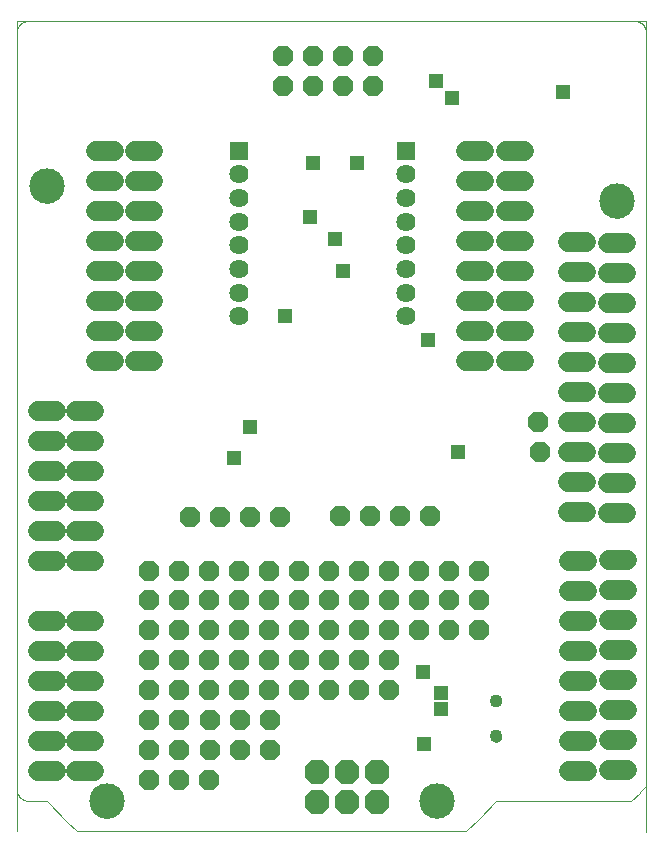
<source format=gbs>
G75*
%MOIN*%
%OFA0B0*%
%FSLAX25Y25*%
%IPPOS*%
%LPD*%
%AMOC8*
5,1,8,0,0,1.08239X$1,22.5*
%
%ADD10C,0.00000*%
%ADD11C,0.03162*%
%ADD12C,0.00492*%
%ADD13C,0.11824*%
%ADD14C,0.06800*%
%ADD15R,0.06400X0.06400*%
%ADD16C,0.06400*%
%ADD17OC8,0.06800*%
%ADD18OC8,0.08200*%
%ADD19C,0.04343*%
%ADD20R,0.04762X0.04762*%
%ADD21OC8,0.04762*%
%ADD22OC8,0.06706*%
D10*
X0076170Y0009224D02*
X0076170Y0023329D01*
X0076170Y0279185D01*
X0286073Y0279407D01*
X0286034Y0009052D01*
X0234165Y0040797D02*
X0234167Y0040881D01*
X0234173Y0040964D01*
X0234183Y0041047D01*
X0234197Y0041130D01*
X0234214Y0041212D01*
X0234236Y0041293D01*
X0234261Y0041372D01*
X0234290Y0041451D01*
X0234323Y0041528D01*
X0234359Y0041603D01*
X0234399Y0041677D01*
X0234442Y0041749D01*
X0234489Y0041818D01*
X0234539Y0041885D01*
X0234592Y0041950D01*
X0234648Y0042012D01*
X0234706Y0042072D01*
X0234768Y0042129D01*
X0234832Y0042182D01*
X0234899Y0042233D01*
X0234968Y0042280D01*
X0235039Y0042325D01*
X0235112Y0042365D01*
X0235187Y0042402D01*
X0235264Y0042436D01*
X0235342Y0042466D01*
X0235421Y0042492D01*
X0235502Y0042515D01*
X0235584Y0042533D01*
X0235666Y0042548D01*
X0235749Y0042559D01*
X0235832Y0042566D01*
X0235916Y0042569D01*
X0236000Y0042568D01*
X0236083Y0042563D01*
X0236167Y0042554D01*
X0236249Y0042541D01*
X0236331Y0042525D01*
X0236412Y0042504D01*
X0236493Y0042480D01*
X0236571Y0042452D01*
X0236649Y0042420D01*
X0236725Y0042384D01*
X0236799Y0042345D01*
X0236871Y0042303D01*
X0236941Y0042257D01*
X0237009Y0042208D01*
X0237074Y0042156D01*
X0237137Y0042101D01*
X0237197Y0042043D01*
X0237255Y0041982D01*
X0237309Y0041918D01*
X0237361Y0041852D01*
X0237409Y0041784D01*
X0237454Y0041713D01*
X0237495Y0041640D01*
X0237534Y0041566D01*
X0237568Y0041490D01*
X0237599Y0041412D01*
X0237626Y0041333D01*
X0237650Y0041252D01*
X0237669Y0041171D01*
X0237685Y0041089D01*
X0237697Y0041006D01*
X0237705Y0040922D01*
X0237709Y0040839D01*
X0237709Y0040755D01*
X0237705Y0040672D01*
X0237697Y0040588D01*
X0237685Y0040505D01*
X0237669Y0040423D01*
X0237650Y0040342D01*
X0237626Y0040261D01*
X0237599Y0040182D01*
X0237568Y0040104D01*
X0237534Y0040028D01*
X0237495Y0039954D01*
X0237454Y0039881D01*
X0237409Y0039810D01*
X0237361Y0039742D01*
X0237309Y0039676D01*
X0237255Y0039612D01*
X0237197Y0039551D01*
X0237137Y0039493D01*
X0237074Y0039438D01*
X0237009Y0039386D01*
X0236941Y0039337D01*
X0236871Y0039291D01*
X0236799Y0039249D01*
X0236725Y0039210D01*
X0236649Y0039174D01*
X0236571Y0039142D01*
X0236493Y0039114D01*
X0236412Y0039090D01*
X0236331Y0039069D01*
X0236249Y0039053D01*
X0236167Y0039040D01*
X0236083Y0039031D01*
X0236000Y0039026D01*
X0235916Y0039025D01*
X0235832Y0039028D01*
X0235749Y0039035D01*
X0235666Y0039046D01*
X0235584Y0039061D01*
X0235502Y0039079D01*
X0235421Y0039102D01*
X0235342Y0039128D01*
X0235264Y0039158D01*
X0235187Y0039192D01*
X0235112Y0039229D01*
X0235039Y0039269D01*
X0234968Y0039314D01*
X0234899Y0039361D01*
X0234832Y0039412D01*
X0234768Y0039465D01*
X0234706Y0039522D01*
X0234648Y0039582D01*
X0234592Y0039644D01*
X0234539Y0039709D01*
X0234489Y0039776D01*
X0234442Y0039845D01*
X0234399Y0039917D01*
X0234359Y0039991D01*
X0234323Y0040066D01*
X0234290Y0040143D01*
X0234261Y0040222D01*
X0234236Y0040301D01*
X0234214Y0040382D01*
X0234197Y0040464D01*
X0234183Y0040547D01*
X0234173Y0040630D01*
X0234167Y0040713D01*
X0234165Y0040797D01*
X0234165Y0052608D02*
X0234167Y0052692D01*
X0234173Y0052775D01*
X0234183Y0052858D01*
X0234197Y0052941D01*
X0234214Y0053023D01*
X0234236Y0053104D01*
X0234261Y0053183D01*
X0234290Y0053262D01*
X0234323Y0053339D01*
X0234359Y0053414D01*
X0234399Y0053488D01*
X0234442Y0053560D01*
X0234489Y0053629D01*
X0234539Y0053696D01*
X0234592Y0053761D01*
X0234648Y0053823D01*
X0234706Y0053883D01*
X0234768Y0053940D01*
X0234832Y0053993D01*
X0234899Y0054044D01*
X0234968Y0054091D01*
X0235039Y0054136D01*
X0235112Y0054176D01*
X0235187Y0054213D01*
X0235264Y0054247D01*
X0235342Y0054277D01*
X0235421Y0054303D01*
X0235502Y0054326D01*
X0235584Y0054344D01*
X0235666Y0054359D01*
X0235749Y0054370D01*
X0235832Y0054377D01*
X0235916Y0054380D01*
X0236000Y0054379D01*
X0236083Y0054374D01*
X0236167Y0054365D01*
X0236249Y0054352D01*
X0236331Y0054336D01*
X0236412Y0054315D01*
X0236493Y0054291D01*
X0236571Y0054263D01*
X0236649Y0054231D01*
X0236725Y0054195D01*
X0236799Y0054156D01*
X0236871Y0054114D01*
X0236941Y0054068D01*
X0237009Y0054019D01*
X0237074Y0053967D01*
X0237137Y0053912D01*
X0237197Y0053854D01*
X0237255Y0053793D01*
X0237309Y0053729D01*
X0237361Y0053663D01*
X0237409Y0053595D01*
X0237454Y0053524D01*
X0237495Y0053451D01*
X0237534Y0053377D01*
X0237568Y0053301D01*
X0237599Y0053223D01*
X0237626Y0053144D01*
X0237650Y0053063D01*
X0237669Y0052982D01*
X0237685Y0052900D01*
X0237697Y0052817D01*
X0237705Y0052733D01*
X0237709Y0052650D01*
X0237709Y0052566D01*
X0237705Y0052483D01*
X0237697Y0052399D01*
X0237685Y0052316D01*
X0237669Y0052234D01*
X0237650Y0052153D01*
X0237626Y0052072D01*
X0237599Y0051993D01*
X0237568Y0051915D01*
X0237534Y0051839D01*
X0237495Y0051765D01*
X0237454Y0051692D01*
X0237409Y0051621D01*
X0237361Y0051553D01*
X0237309Y0051487D01*
X0237255Y0051423D01*
X0237197Y0051362D01*
X0237137Y0051304D01*
X0237074Y0051249D01*
X0237009Y0051197D01*
X0236941Y0051148D01*
X0236871Y0051102D01*
X0236799Y0051060D01*
X0236725Y0051021D01*
X0236649Y0050985D01*
X0236571Y0050953D01*
X0236493Y0050925D01*
X0236412Y0050901D01*
X0236331Y0050880D01*
X0236249Y0050864D01*
X0236167Y0050851D01*
X0236083Y0050842D01*
X0236000Y0050837D01*
X0235916Y0050836D01*
X0235832Y0050839D01*
X0235749Y0050846D01*
X0235666Y0050857D01*
X0235584Y0050872D01*
X0235502Y0050890D01*
X0235421Y0050913D01*
X0235342Y0050939D01*
X0235264Y0050969D01*
X0235187Y0051003D01*
X0235112Y0051040D01*
X0235039Y0051080D01*
X0234968Y0051125D01*
X0234899Y0051172D01*
X0234832Y0051223D01*
X0234768Y0051276D01*
X0234706Y0051333D01*
X0234648Y0051393D01*
X0234592Y0051455D01*
X0234539Y0051520D01*
X0234489Y0051587D01*
X0234442Y0051656D01*
X0234399Y0051728D01*
X0234359Y0051802D01*
X0234323Y0051877D01*
X0234290Y0051954D01*
X0234261Y0052033D01*
X0234236Y0052112D01*
X0234214Y0052193D01*
X0234197Y0052275D01*
X0234183Y0052358D01*
X0234173Y0052441D01*
X0234167Y0052524D01*
X0234165Y0052608D01*
X0210677Y0019252D02*
X0210679Y0019400D01*
X0210685Y0019548D01*
X0210695Y0019696D01*
X0210709Y0019843D01*
X0210727Y0019990D01*
X0210748Y0020136D01*
X0210774Y0020282D01*
X0210804Y0020427D01*
X0210837Y0020571D01*
X0210875Y0020714D01*
X0210916Y0020856D01*
X0210961Y0020997D01*
X0211009Y0021137D01*
X0211062Y0021276D01*
X0211118Y0021413D01*
X0211178Y0021548D01*
X0211241Y0021682D01*
X0211308Y0021814D01*
X0211379Y0021944D01*
X0211453Y0022072D01*
X0211530Y0022198D01*
X0211611Y0022322D01*
X0211695Y0022444D01*
X0211782Y0022563D01*
X0211873Y0022680D01*
X0211967Y0022795D01*
X0212063Y0022907D01*
X0212163Y0023017D01*
X0212265Y0023123D01*
X0212371Y0023227D01*
X0212479Y0023328D01*
X0212590Y0023426D01*
X0212703Y0023522D01*
X0212819Y0023614D01*
X0212937Y0023703D01*
X0213058Y0023788D01*
X0213181Y0023871D01*
X0213306Y0023950D01*
X0213433Y0024026D01*
X0213562Y0024098D01*
X0213693Y0024167D01*
X0213826Y0024232D01*
X0213961Y0024293D01*
X0214097Y0024351D01*
X0214234Y0024406D01*
X0214373Y0024456D01*
X0214514Y0024503D01*
X0214655Y0024546D01*
X0214798Y0024586D01*
X0214942Y0024621D01*
X0215086Y0024653D01*
X0215232Y0024680D01*
X0215378Y0024704D01*
X0215525Y0024724D01*
X0215672Y0024740D01*
X0215819Y0024752D01*
X0215967Y0024760D01*
X0216115Y0024764D01*
X0216263Y0024764D01*
X0216411Y0024760D01*
X0216559Y0024752D01*
X0216706Y0024740D01*
X0216853Y0024724D01*
X0217000Y0024704D01*
X0217146Y0024680D01*
X0217292Y0024653D01*
X0217436Y0024621D01*
X0217580Y0024586D01*
X0217723Y0024546D01*
X0217864Y0024503D01*
X0218005Y0024456D01*
X0218144Y0024406D01*
X0218281Y0024351D01*
X0218417Y0024293D01*
X0218552Y0024232D01*
X0218685Y0024167D01*
X0218816Y0024098D01*
X0218945Y0024026D01*
X0219072Y0023950D01*
X0219197Y0023871D01*
X0219320Y0023788D01*
X0219441Y0023703D01*
X0219559Y0023614D01*
X0219675Y0023522D01*
X0219788Y0023426D01*
X0219899Y0023328D01*
X0220007Y0023227D01*
X0220113Y0023123D01*
X0220215Y0023017D01*
X0220315Y0022907D01*
X0220411Y0022795D01*
X0220505Y0022680D01*
X0220596Y0022563D01*
X0220683Y0022444D01*
X0220767Y0022322D01*
X0220848Y0022198D01*
X0220925Y0022072D01*
X0220999Y0021944D01*
X0221070Y0021814D01*
X0221137Y0021682D01*
X0221200Y0021548D01*
X0221260Y0021413D01*
X0221316Y0021276D01*
X0221369Y0021137D01*
X0221417Y0020997D01*
X0221462Y0020856D01*
X0221503Y0020714D01*
X0221541Y0020571D01*
X0221574Y0020427D01*
X0221604Y0020282D01*
X0221630Y0020136D01*
X0221651Y0019990D01*
X0221669Y0019843D01*
X0221683Y0019696D01*
X0221693Y0019548D01*
X0221699Y0019400D01*
X0221701Y0019252D01*
X0221699Y0019104D01*
X0221693Y0018956D01*
X0221683Y0018808D01*
X0221669Y0018661D01*
X0221651Y0018514D01*
X0221630Y0018368D01*
X0221604Y0018222D01*
X0221574Y0018077D01*
X0221541Y0017933D01*
X0221503Y0017790D01*
X0221462Y0017648D01*
X0221417Y0017507D01*
X0221369Y0017367D01*
X0221316Y0017228D01*
X0221260Y0017091D01*
X0221200Y0016956D01*
X0221137Y0016822D01*
X0221070Y0016690D01*
X0220999Y0016560D01*
X0220925Y0016432D01*
X0220848Y0016306D01*
X0220767Y0016182D01*
X0220683Y0016060D01*
X0220596Y0015941D01*
X0220505Y0015824D01*
X0220411Y0015709D01*
X0220315Y0015597D01*
X0220215Y0015487D01*
X0220113Y0015381D01*
X0220007Y0015277D01*
X0219899Y0015176D01*
X0219788Y0015078D01*
X0219675Y0014982D01*
X0219559Y0014890D01*
X0219441Y0014801D01*
X0219320Y0014716D01*
X0219197Y0014633D01*
X0219072Y0014554D01*
X0218945Y0014478D01*
X0218816Y0014406D01*
X0218685Y0014337D01*
X0218552Y0014272D01*
X0218417Y0014211D01*
X0218281Y0014153D01*
X0218144Y0014098D01*
X0218005Y0014048D01*
X0217864Y0014001D01*
X0217723Y0013958D01*
X0217580Y0013918D01*
X0217436Y0013883D01*
X0217292Y0013851D01*
X0217146Y0013824D01*
X0217000Y0013800D01*
X0216853Y0013780D01*
X0216706Y0013764D01*
X0216559Y0013752D01*
X0216411Y0013744D01*
X0216263Y0013740D01*
X0216115Y0013740D01*
X0215967Y0013744D01*
X0215819Y0013752D01*
X0215672Y0013764D01*
X0215525Y0013780D01*
X0215378Y0013800D01*
X0215232Y0013824D01*
X0215086Y0013851D01*
X0214942Y0013883D01*
X0214798Y0013918D01*
X0214655Y0013958D01*
X0214514Y0014001D01*
X0214373Y0014048D01*
X0214234Y0014098D01*
X0214097Y0014153D01*
X0213961Y0014211D01*
X0213826Y0014272D01*
X0213693Y0014337D01*
X0213562Y0014406D01*
X0213433Y0014478D01*
X0213306Y0014554D01*
X0213181Y0014633D01*
X0213058Y0014716D01*
X0212937Y0014801D01*
X0212819Y0014890D01*
X0212703Y0014982D01*
X0212590Y0015078D01*
X0212479Y0015176D01*
X0212371Y0015277D01*
X0212265Y0015381D01*
X0212163Y0015487D01*
X0212063Y0015597D01*
X0211967Y0015709D01*
X0211873Y0015824D01*
X0211782Y0015941D01*
X0211695Y0016060D01*
X0211611Y0016182D01*
X0211530Y0016306D01*
X0211453Y0016432D01*
X0211379Y0016560D01*
X0211308Y0016690D01*
X0211241Y0016822D01*
X0211178Y0016956D01*
X0211118Y0017091D01*
X0211062Y0017228D01*
X0211009Y0017367D01*
X0210961Y0017507D01*
X0210916Y0017648D01*
X0210875Y0017790D01*
X0210837Y0017933D01*
X0210804Y0018077D01*
X0210774Y0018222D01*
X0210748Y0018368D01*
X0210727Y0018514D01*
X0210709Y0018661D01*
X0210695Y0018808D01*
X0210685Y0018956D01*
X0210679Y0019104D01*
X0210677Y0019252D01*
X0215005Y0019242D02*
X0215007Y0019311D01*
X0215013Y0019379D01*
X0215023Y0019447D01*
X0215037Y0019514D01*
X0215055Y0019581D01*
X0215076Y0019646D01*
X0215102Y0019710D01*
X0215131Y0019772D01*
X0215163Y0019832D01*
X0215199Y0019891D01*
X0215239Y0019947D01*
X0215281Y0020001D01*
X0215327Y0020052D01*
X0215376Y0020101D01*
X0215427Y0020147D01*
X0215481Y0020189D01*
X0215537Y0020229D01*
X0215595Y0020265D01*
X0215656Y0020297D01*
X0215718Y0020326D01*
X0215782Y0020352D01*
X0215847Y0020373D01*
X0215914Y0020391D01*
X0215981Y0020405D01*
X0216049Y0020415D01*
X0216117Y0020421D01*
X0216186Y0020423D01*
X0216255Y0020421D01*
X0216323Y0020415D01*
X0216391Y0020405D01*
X0216458Y0020391D01*
X0216525Y0020373D01*
X0216590Y0020352D01*
X0216654Y0020326D01*
X0216716Y0020297D01*
X0216776Y0020265D01*
X0216835Y0020229D01*
X0216891Y0020189D01*
X0216945Y0020147D01*
X0216996Y0020101D01*
X0217045Y0020052D01*
X0217091Y0020001D01*
X0217133Y0019947D01*
X0217173Y0019891D01*
X0217209Y0019832D01*
X0217241Y0019772D01*
X0217270Y0019710D01*
X0217296Y0019646D01*
X0217317Y0019581D01*
X0217335Y0019514D01*
X0217349Y0019447D01*
X0217359Y0019379D01*
X0217365Y0019311D01*
X0217367Y0019242D01*
X0217365Y0019173D01*
X0217359Y0019105D01*
X0217349Y0019037D01*
X0217335Y0018970D01*
X0217317Y0018903D01*
X0217296Y0018838D01*
X0217270Y0018774D01*
X0217241Y0018712D01*
X0217209Y0018651D01*
X0217173Y0018593D01*
X0217133Y0018537D01*
X0217091Y0018483D01*
X0217045Y0018432D01*
X0216996Y0018383D01*
X0216945Y0018337D01*
X0216891Y0018295D01*
X0216835Y0018255D01*
X0216777Y0018219D01*
X0216716Y0018187D01*
X0216654Y0018158D01*
X0216590Y0018132D01*
X0216525Y0018111D01*
X0216458Y0018093D01*
X0216391Y0018079D01*
X0216323Y0018069D01*
X0216255Y0018063D01*
X0216186Y0018061D01*
X0216117Y0018063D01*
X0216049Y0018069D01*
X0215981Y0018079D01*
X0215914Y0018093D01*
X0215847Y0018111D01*
X0215782Y0018132D01*
X0215718Y0018158D01*
X0215656Y0018187D01*
X0215595Y0018219D01*
X0215537Y0018255D01*
X0215481Y0018295D01*
X0215427Y0018337D01*
X0215376Y0018383D01*
X0215327Y0018432D01*
X0215281Y0018483D01*
X0215239Y0018537D01*
X0215199Y0018593D01*
X0215163Y0018651D01*
X0215131Y0018712D01*
X0215102Y0018774D01*
X0215076Y0018838D01*
X0215055Y0018903D01*
X0215037Y0018970D01*
X0215023Y0019037D01*
X0215013Y0019105D01*
X0215007Y0019173D01*
X0215005Y0019242D01*
X0104986Y0019194D02*
X0104988Y0019263D01*
X0104994Y0019331D01*
X0105004Y0019399D01*
X0105018Y0019466D01*
X0105036Y0019533D01*
X0105057Y0019598D01*
X0105083Y0019662D01*
X0105112Y0019724D01*
X0105144Y0019784D01*
X0105180Y0019843D01*
X0105220Y0019899D01*
X0105262Y0019953D01*
X0105308Y0020004D01*
X0105357Y0020053D01*
X0105408Y0020099D01*
X0105462Y0020141D01*
X0105518Y0020181D01*
X0105576Y0020217D01*
X0105637Y0020249D01*
X0105699Y0020278D01*
X0105763Y0020304D01*
X0105828Y0020325D01*
X0105895Y0020343D01*
X0105962Y0020357D01*
X0106030Y0020367D01*
X0106098Y0020373D01*
X0106167Y0020375D01*
X0106236Y0020373D01*
X0106304Y0020367D01*
X0106372Y0020357D01*
X0106439Y0020343D01*
X0106506Y0020325D01*
X0106571Y0020304D01*
X0106635Y0020278D01*
X0106697Y0020249D01*
X0106757Y0020217D01*
X0106816Y0020181D01*
X0106872Y0020141D01*
X0106926Y0020099D01*
X0106977Y0020053D01*
X0107026Y0020004D01*
X0107072Y0019953D01*
X0107114Y0019899D01*
X0107154Y0019843D01*
X0107190Y0019784D01*
X0107222Y0019724D01*
X0107251Y0019662D01*
X0107277Y0019598D01*
X0107298Y0019533D01*
X0107316Y0019466D01*
X0107330Y0019399D01*
X0107340Y0019331D01*
X0107346Y0019263D01*
X0107348Y0019194D01*
X0107346Y0019125D01*
X0107340Y0019057D01*
X0107330Y0018989D01*
X0107316Y0018922D01*
X0107298Y0018855D01*
X0107277Y0018790D01*
X0107251Y0018726D01*
X0107222Y0018664D01*
X0107190Y0018603D01*
X0107154Y0018545D01*
X0107114Y0018489D01*
X0107072Y0018435D01*
X0107026Y0018384D01*
X0106977Y0018335D01*
X0106926Y0018289D01*
X0106872Y0018247D01*
X0106816Y0018207D01*
X0106758Y0018171D01*
X0106697Y0018139D01*
X0106635Y0018110D01*
X0106571Y0018084D01*
X0106506Y0018063D01*
X0106439Y0018045D01*
X0106372Y0018031D01*
X0106304Y0018021D01*
X0106236Y0018015D01*
X0106167Y0018013D01*
X0106098Y0018015D01*
X0106030Y0018021D01*
X0105962Y0018031D01*
X0105895Y0018045D01*
X0105828Y0018063D01*
X0105763Y0018084D01*
X0105699Y0018110D01*
X0105637Y0018139D01*
X0105576Y0018171D01*
X0105518Y0018207D01*
X0105462Y0018247D01*
X0105408Y0018289D01*
X0105357Y0018335D01*
X0105308Y0018384D01*
X0105262Y0018435D01*
X0105220Y0018489D01*
X0105180Y0018545D01*
X0105144Y0018603D01*
X0105112Y0018664D01*
X0105083Y0018726D01*
X0105057Y0018790D01*
X0105036Y0018855D01*
X0105018Y0018922D01*
X0105004Y0018989D01*
X0104994Y0019057D01*
X0104988Y0019125D01*
X0104986Y0019194D01*
X0100654Y0019188D02*
X0100656Y0019336D01*
X0100662Y0019484D01*
X0100672Y0019632D01*
X0100686Y0019779D01*
X0100704Y0019926D01*
X0100725Y0020072D01*
X0100751Y0020218D01*
X0100781Y0020363D01*
X0100814Y0020507D01*
X0100852Y0020650D01*
X0100893Y0020792D01*
X0100938Y0020933D01*
X0100986Y0021073D01*
X0101039Y0021212D01*
X0101095Y0021349D01*
X0101155Y0021484D01*
X0101218Y0021618D01*
X0101285Y0021750D01*
X0101356Y0021880D01*
X0101430Y0022008D01*
X0101507Y0022134D01*
X0101588Y0022258D01*
X0101672Y0022380D01*
X0101759Y0022499D01*
X0101850Y0022616D01*
X0101944Y0022731D01*
X0102040Y0022843D01*
X0102140Y0022953D01*
X0102242Y0023059D01*
X0102348Y0023163D01*
X0102456Y0023264D01*
X0102567Y0023362D01*
X0102680Y0023458D01*
X0102796Y0023550D01*
X0102914Y0023639D01*
X0103035Y0023724D01*
X0103158Y0023807D01*
X0103283Y0023886D01*
X0103410Y0023962D01*
X0103539Y0024034D01*
X0103670Y0024103D01*
X0103803Y0024168D01*
X0103938Y0024229D01*
X0104074Y0024287D01*
X0104211Y0024342D01*
X0104350Y0024392D01*
X0104491Y0024439D01*
X0104632Y0024482D01*
X0104775Y0024522D01*
X0104919Y0024557D01*
X0105063Y0024589D01*
X0105209Y0024616D01*
X0105355Y0024640D01*
X0105502Y0024660D01*
X0105649Y0024676D01*
X0105796Y0024688D01*
X0105944Y0024696D01*
X0106092Y0024700D01*
X0106240Y0024700D01*
X0106388Y0024696D01*
X0106536Y0024688D01*
X0106683Y0024676D01*
X0106830Y0024660D01*
X0106977Y0024640D01*
X0107123Y0024616D01*
X0107269Y0024589D01*
X0107413Y0024557D01*
X0107557Y0024522D01*
X0107700Y0024482D01*
X0107841Y0024439D01*
X0107982Y0024392D01*
X0108121Y0024342D01*
X0108258Y0024287D01*
X0108394Y0024229D01*
X0108529Y0024168D01*
X0108662Y0024103D01*
X0108793Y0024034D01*
X0108922Y0023962D01*
X0109049Y0023886D01*
X0109174Y0023807D01*
X0109297Y0023724D01*
X0109418Y0023639D01*
X0109536Y0023550D01*
X0109652Y0023458D01*
X0109765Y0023362D01*
X0109876Y0023264D01*
X0109984Y0023163D01*
X0110090Y0023059D01*
X0110192Y0022953D01*
X0110292Y0022843D01*
X0110388Y0022731D01*
X0110482Y0022616D01*
X0110573Y0022499D01*
X0110660Y0022380D01*
X0110744Y0022258D01*
X0110825Y0022134D01*
X0110902Y0022008D01*
X0110976Y0021880D01*
X0111047Y0021750D01*
X0111114Y0021618D01*
X0111177Y0021484D01*
X0111237Y0021349D01*
X0111293Y0021212D01*
X0111346Y0021073D01*
X0111394Y0020933D01*
X0111439Y0020792D01*
X0111480Y0020650D01*
X0111518Y0020507D01*
X0111551Y0020363D01*
X0111581Y0020218D01*
X0111607Y0020072D01*
X0111628Y0019926D01*
X0111646Y0019779D01*
X0111660Y0019632D01*
X0111670Y0019484D01*
X0111676Y0019336D01*
X0111678Y0019188D01*
X0111676Y0019040D01*
X0111670Y0018892D01*
X0111660Y0018744D01*
X0111646Y0018597D01*
X0111628Y0018450D01*
X0111607Y0018304D01*
X0111581Y0018158D01*
X0111551Y0018013D01*
X0111518Y0017869D01*
X0111480Y0017726D01*
X0111439Y0017584D01*
X0111394Y0017443D01*
X0111346Y0017303D01*
X0111293Y0017164D01*
X0111237Y0017027D01*
X0111177Y0016892D01*
X0111114Y0016758D01*
X0111047Y0016626D01*
X0110976Y0016496D01*
X0110902Y0016368D01*
X0110825Y0016242D01*
X0110744Y0016118D01*
X0110660Y0015996D01*
X0110573Y0015877D01*
X0110482Y0015760D01*
X0110388Y0015645D01*
X0110292Y0015533D01*
X0110192Y0015423D01*
X0110090Y0015317D01*
X0109984Y0015213D01*
X0109876Y0015112D01*
X0109765Y0015014D01*
X0109652Y0014918D01*
X0109536Y0014826D01*
X0109418Y0014737D01*
X0109297Y0014652D01*
X0109174Y0014569D01*
X0109049Y0014490D01*
X0108922Y0014414D01*
X0108793Y0014342D01*
X0108662Y0014273D01*
X0108529Y0014208D01*
X0108394Y0014147D01*
X0108258Y0014089D01*
X0108121Y0014034D01*
X0107982Y0013984D01*
X0107841Y0013937D01*
X0107700Y0013894D01*
X0107557Y0013854D01*
X0107413Y0013819D01*
X0107269Y0013787D01*
X0107123Y0013760D01*
X0106977Y0013736D01*
X0106830Y0013716D01*
X0106683Y0013700D01*
X0106536Y0013688D01*
X0106388Y0013680D01*
X0106240Y0013676D01*
X0106092Y0013676D01*
X0105944Y0013680D01*
X0105796Y0013688D01*
X0105649Y0013700D01*
X0105502Y0013716D01*
X0105355Y0013736D01*
X0105209Y0013760D01*
X0105063Y0013787D01*
X0104919Y0013819D01*
X0104775Y0013854D01*
X0104632Y0013894D01*
X0104491Y0013937D01*
X0104350Y0013984D01*
X0104211Y0014034D01*
X0104074Y0014089D01*
X0103938Y0014147D01*
X0103803Y0014208D01*
X0103670Y0014273D01*
X0103539Y0014342D01*
X0103410Y0014414D01*
X0103283Y0014490D01*
X0103158Y0014569D01*
X0103035Y0014652D01*
X0102914Y0014737D01*
X0102796Y0014826D01*
X0102680Y0014918D01*
X0102567Y0015014D01*
X0102456Y0015112D01*
X0102348Y0015213D01*
X0102242Y0015317D01*
X0102140Y0015423D01*
X0102040Y0015533D01*
X0101944Y0015645D01*
X0101850Y0015760D01*
X0101759Y0015877D01*
X0101672Y0015996D01*
X0101588Y0016118D01*
X0101507Y0016242D01*
X0101430Y0016368D01*
X0101356Y0016496D01*
X0101285Y0016626D01*
X0101218Y0016758D01*
X0101155Y0016892D01*
X0101095Y0017027D01*
X0101039Y0017164D01*
X0100986Y0017303D01*
X0100938Y0017443D01*
X0100893Y0017584D01*
X0100852Y0017726D01*
X0100814Y0017869D01*
X0100781Y0018013D01*
X0100751Y0018158D01*
X0100725Y0018304D01*
X0100704Y0018450D01*
X0100686Y0018597D01*
X0100672Y0018744D01*
X0100662Y0018892D01*
X0100656Y0019040D01*
X0100654Y0019188D01*
X0270665Y0219218D02*
X0270667Y0219366D01*
X0270673Y0219514D01*
X0270683Y0219662D01*
X0270697Y0219809D01*
X0270715Y0219956D01*
X0270736Y0220102D01*
X0270762Y0220248D01*
X0270792Y0220393D01*
X0270825Y0220537D01*
X0270863Y0220680D01*
X0270904Y0220822D01*
X0270949Y0220963D01*
X0270997Y0221103D01*
X0271050Y0221242D01*
X0271106Y0221379D01*
X0271166Y0221514D01*
X0271229Y0221648D01*
X0271296Y0221780D01*
X0271367Y0221910D01*
X0271441Y0222038D01*
X0271518Y0222164D01*
X0271599Y0222288D01*
X0271683Y0222410D01*
X0271770Y0222529D01*
X0271861Y0222646D01*
X0271955Y0222761D01*
X0272051Y0222873D01*
X0272151Y0222983D01*
X0272253Y0223089D01*
X0272359Y0223193D01*
X0272467Y0223294D01*
X0272578Y0223392D01*
X0272691Y0223488D01*
X0272807Y0223580D01*
X0272925Y0223669D01*
X0273046Y0223754D01*
X0273169Y0223837D01*
X0273294Y0223916D01*
X0273421Y0223992D01*
X0273550Y0224064D01*
X0273681Y0224133D01*
X0273814Y0224198D01*
X0273949Y0224259D01*
X0274085Y0224317D01*
X0274222Y0224372D01*
X0274361Y0224422D01*
X0274502Y0224469D01*
X0274643Y0224512D01*
X0274786Y0224552D01*
X0274930Y0224587D01*
X0275074Y0224619D01*
X0275220Y0224646D01*
X0275366Y0224670D01*
X0275513Y0224690D01*
X0275660Y0224706D01*
X0275807Y0224718D01*
X0275955Y0224726D01*
X0276103Y0224730D01*
X0276251Y0224730D01*
X0276399Y0224726D01*
X0276547Y0224718D01*
X0276694Y0224706D01*
X0276841Y0224690D01*
X0276988Y0224670D01*
X0277134Y0224646D01*
X0277280Y0224619D01*
X0277424Y0224587D01*
X0277568Y0224552D01*
X0277711Y0224512D01*
X0277852Y0224469D01*
X0277993Y0224422D01*
X0278132Y0224372D01*
X0278269Y0224317D01*
X0278405Y0224259D01*
X0278540Y0224198D01*
X0278673Y0224133D01*
X0278804Y0224064D01*
X0278933Y0223992D01*
X0279060Y0223916D01*
X0279185Y0223837D01*
X0279308Y0223754D01*
X0279429Y0223669D01*
X0279547Y0223580D01*
X0279663Y0223488D01*
X0279776Y0223392D01*
X0279887Y0223294D01*
X0279995Y0223193D01*
X0280101Y0223089D01*
X0280203Y0222983D01*
X0280303Y0222873D01*
X0280399Y0222761D01*
X0280493Y0222646D01*
X0280584Y0222529D01*
X0280671Y0222410D01*
X0280755Y0222288D01*
X0280836Y0222164D01*
X0280913Y0222038D01*
X0280987Y0221910D01*
X0281058Y0221780D01*
X0281125Y0221648D01*
X0281188Y0221514D01*
X0281248Y0221379D01*
X0281304Y0221242D01*
X0281357Y0221103D01*
X0281405Y0220963D01*
X0281450Y0220822D01*
X0281491Y0220680D01*
X0281529Y0220537D01*
X0281562Y0220393D01*
X0281592Y0220248D01*
X0281618Y0220102D01*
X0281639Y0219956D01*
X0281657Y0219809D01*
X0281671Y0219662D01*
X0281681Y0219514D01*
X0281687Y0219366D01*
X0281689Y0219218D01*
X0281687Y0219070D01*
X0281681Y0218922D01*
X0281671Y0218774D01*
X0281657Y0218627D01*
X0281639Y0218480D01*
X0281618Y0218334D01*
X0281592Y0218188D01*
X0281562Y0218043D01*
X0281529Y0217899D01*
X0281491Y0217756D01*
X0281450Y0217614D01*
X0281405Y0217473D01*
X0281357Y0217333D01*
X0281304Y0217194D01*
X0281248Y0217057D01*
X0281188Y0216922D01*
X0281125Y0216788D01*
X0281058Y0216656D01*
X0280987Y0216526D01*
X0280913Y0216398D01*
X0280836Y0216272D01*
X0280755Y0216148D01*
X0280671Y0216026D01*
X0280584Y0215907D01*
X0280493Y0215790D01*
X0280399Y0215675D01*
X0280303Y0215563D01*
X0280203Y0215453D01*
X0280101Y0215347D01*
X0279995Y0215243D01*
X0279887Y0215142D01*
X0279776Y0215044D01*
X0279663Y0214948D01*
X0279547Y0214856D01*
X0279429Y0214767D01*
X0279308Y0214682D01*
X0279185Y0214599D01*
X0279060Y0214520D01*
X0278933Y0214444D01*
X0278804Y0214372D01*
X0278673Y0214303D01*
X0278540Y0214238D01*
X0278405Y0214177D01*
X0278269Y0214119D01*
X0278132Y0214064D01*
X0277993Y0214014D01*
X0277852Y0213967D01*
X0277711Y0213924D01*
X0277568Y0213884D01*
X0277424Y0213849D01*
X0277280Y0213817D01*
X0277134Y0213790D01*
X0276988Y0213766D01*
X0276841Y0213746D01*
X0276694Y0213730D01*
X0276547Y0213718D01*
X0276399Y0213710D01*
X0276251Y0213706D01*
X0276103Y0213706D01*
X0275955Y0213710D01*
X0275807Y0213718D01*
X0275660Y0213730D01*
X0275513Y0213746D01*
X0275366Y0213766D01*
X0275220Y0213790D01*
X0275074Y0213817D01*
X0274930Y0213849D01*
X0274786Y0213884D01*
X0274643Y0213924D01*
X0274502Y0213967D01*
X0274361Y0214014D01*
X0274222Y0214064D01*
X0274085Y0214119D01*
X0273949Y0214177D01*
X0273814Y0214238D01*
X0273681Y0214303D01*
X0273550Y0214372D01*
X0273421Y0214444D01*
X0273294Y0214520D01*
X0273169Y0214599D01*
X0273046Y0214682D01*
X0272925Y0214767D01*
X0272807Y0214856D01*
X0272691Y0214948D01*
X0272578Y0215044D01*
X0272467Y0215142D01*
X0272359Y0215243D01*
X0272253Y0215347D01*
X0272151Y0215453D01*
X0272051Y0215563D01*
X0271955Y0215675D01*
X0271861Y0215790D01*
X0271770Y0215907D01*
X0271683Y0216026D01*
X0271599Y0216148D01*
X0271518Y0216272D01*
X0271441Y0216398D01*
X0271367Y0216526D01*
X0271296Y0216656D01*
X0271229Y0216788D01*
X0271166Y0216922D01*
X0271106Y0217057D01*
X0271050Y0217194D01*
X0270997Y0217333D01*
X0270949Y0217473D01*
X0270904Y0217614D01*
X0270863Y0217756D01*
X0270825Y0217899D01*
X0270792Y0218043D01*
X0270762Y0218188D01*
X0270736Y0218334D01*
X0270715Y0218480D01*
X0270697Y0218627D01*
X0270683Y0218774D01*
X0270673Y0218922D01*
X0270667Y0219070D01*
X0270665Y0219218D01*
X0274994Y0219227D02*
X0274996Y0219296D01*
X0275002Y0219364D01*
X0275012Y0219432D01*
X0275026Y0219499D01*
X0275044Y0219566D01*
X0275065Y0219631D01*
X0275091Y0219695D01*
X0275120Y0219757D01*
X0275152Y0219817D01*
X0275188Y0219876D01*
X0275228Y0219932D01*
X0275270Y0219986D01*
X0275316Y0220037D01*
X0275365Y0220086D01*
X0275416Y0220132D01*
X0275470Y0220174D01*
X0275526Y0220214D01*
X0275584Y0220250D01*
X0275645Y0220282D01*
X0275707Y0220311D01*
X0275771Y0220337D01*
X0275836Y0220358D01*
X0275903Y0220376D01*
X0275970Y0220390D01*
X0276038Y0220400D01*
X0276106Y0220406D01*
X0276175Y0220408D01*
X0276244Y0220406D01*
X0276312Y0220400D01*
X0276380Y0220390D01*
X0276447Y0220376D01*
X0276514Y0220358D01*
X0276579Y0220337D01*
X0276643Y0220311D01*
X0276705Y0220282D01*
X0276765Y0220250D01*
X0276824Y0220214D01*
X0276880Y0220174D01*
X0276934Y0220132D01*
X0276985Y0220086D01*
X0277034Y0220037D01*
X0277080Y0219986D01*
X0277122Y0219932D01*
X0277162Y0219876D01*
X0277198Y0219817D01*
X0277230Y0219757D01*
X0277259Y0219695D01*
X0277285Y0219631D01*
X0277306Y0219566D01*
X0277324Y0219499D01*
X0277338Y0219432D01*
X0277348Y0219364D01*
X0277354Y0219296D01*
X0277356Y0219227D01*
X0277354Y0219158D01*
X0277348Y0219090D01*
X0277338Y0219022D01*
X0277324Y0218955D01*
X0277306Y0218888D01*
X0277285Y0218823D01*
X0277259Y0218759D01*
X0277230Y0218697D01*
X0277198Y0218636D01*
X0277162Y0218578D01*
X0277122Y0218522D01*
X0277080Y0218468D01*
X0277034Y0218417D01*
X0276985Y0218368D01*
X0276934Y0218322D01*
X0276880Y0218280D01*
X0276824Y0218240D01*
X0276766Y0218204D01*
X0276705Y0218172D01*
X0276643Y0218143D01*
X0276579Y0218117D01*
X0276514Y0218096D01*
X0276447Y0218078D01*
X0276380Y0218064D01*
X0276312Y0218054D01*
X0276244Y0218048D01*
X0276175Y0218046D01*
X0276106Y0218048D01*
X0276038Y0218054D01*
X0275970Y0218064D01*
X0275903Y0218078D01*
X0275836Y0218096D01*
X0275771Y0218117D01*
X0275707Y0218143D01*
X0275645Y0218172D01*
X0275584Y0218204D01*
X0275526Y0218240D01*
X0275470Y0218280D01*
X0275416Y0218322D01*
X0275365Y0218368D01*
X0275316Y0218417D01*
X0275270Y0218468D01*
X0275228Y0218522D01*
X0275188Y0218578D01*
X0275152Y0218636D01*
X0275120Y0218697D01*
X0275091Y0218759D01*
X0275065Y0218823D01*
X0275044Y0218888D01*
X0275026Y0218955D01*
X0275012Y0219022D01*
X0275002Y0219090D01*
X0274996Y0219158D01*
X0274994Y0219227D01*
X0084990Y0224217D02*
X0084992Y0224286D01*
X0084998Y0224354D01*
X0085008Y0224422D01*
X0085022Y0224489D01*
X0085040Y0224556D01*
X0085061Y0224621D01*
X0085087Y0224685D01*
X0085116Y0224747D01*
X0085148Y0224807D01*
X0085184Y0224866D01*
X0085224Y0224922D01*
X0085266Y0224976D01*
X0085312Y0225027D01*
X0085361Y0225076D01*
X0085412Y0225122D01*
X0085466Y0225164D01*
X0085522Y0225204D01*
X0085580Y0225240D01*
X0085641Y0225272D01*
X0085703Y0225301D01*
X0085767Y0225327D01*
X0085832Y0225348D01*
X0085899Y0225366D01*
X0085966Y0225380D01*
X0086034Y0225390D01*
X0086102Y0225396D01*
X0086171Y0225398D01*
X0086240Y0225396D01*
X0086308Y0225390D01*
X0086376Y0225380D01*
X0086443Y0225366D01*
X0086510Y0225348D01*
X0086575Y0225327D01*
X0086639Y0225301D01*
X0086701Y0225272D01*
X0086761Y0225240D01*
X0086820Y0225204D01*
X0086876Y0225164D01*
X0086930Y0225122D01*
X0086981Y0225076D01*
X0087030Y0225027D01*
X0087076Y0224976D01*
X0087118Y0224922D01*
X0087158Y0224866D01*
X0087194Y0224807D01*
X0087226Y0224747D01*
X0087255Y0224685D01*
X0087281Y0224621D01*
X0087302Y0224556D01*
X0087320Y0224489D01*
X0087334Y0224422D01*
X0087344Y0224354D01*
X0087350Y0224286D01*
X0087352Y0224217D01*
X0087350Y0224148D01*
X0087344Y0224080D01*
X0087334Y0224012D01*
X0087320Y0223945D01*
X0087302Y0223878D01*
X0087281Y0223813D01*
X0087255Y0223749D01*
X0087226Y0223687D01*
X0087194Y0223626D01*
X0087158Y0223568D01*
X0087118Y0223512D01*
X0087076Y0223458D01*
X0087030Y0223407D01*
X0086981Y0223358D01*
X0086930Y0223312D01*
X0086876Y0223270D01*
X0086820Y0223230D01*
X0086762Y0223194D01*
X0086701Y0223162D01*
X0086639Y0223133D01*
X0086575Y0223107D01*
X0086510Y0223086D01*
X0086443Y0223068D01*
X0086376Y0223054D01*
X0086308Y0223044D01*
X0086240Y0223038D01*
X0086171Y0223036D01*
X0086102Y0223038D01*
X0086034Y0223044D01*
X0085966Y0223054D01*
X0085899Y0223068D01*
X0085832Y0223086D01*
X0085767Y0223107D01*
X0085703Y0223133D01*
X0085641Y0223162D01*
X0085580Y0223194D01*
X0085522Y0223230D01*
X0085466Y0223270D01*
X0085412Y0223312D01*
X0085361Y0223358D01*
X0085312Y0223407D01*
X0085266Y0223458D01*
X0085224Y0223512D01*
X0085184Y0223568D01*
X0085148Y0223626D01*
X0085116Y0223687D01*
X0085087Y0223749D01*
X0085061Y0223813D01*
X0085040Y0223878D01*
X0085022Y0223945D01*
X0085008Y0224012D01*
X0084998Y0224080D01*
X0084992Y0224148D01*
X0084990Y0224217D01*
X0080655Y0224221D02*
X0080657Y0224369D01*
X0080663Y0224517D01*
X0080673Y0224665D01*
X0080687Y0224812D01*
X0080705Y0224959D01*
X0080726Y0225105D01*
X0080752Y0225251D01*
X0080782Y0225396D01*
X0080815Y0225540D01*
X0080853Y0225683D01*
X0080894Y0225825D01*
X0080939Y0225966D01*
X0080987Y0226106D01*
X0081040Y0226245D01*
X0081096Y0226382D01*
X0081156Y0226517D01*
X0081219Y0226651D01*
X0081286Y0226783D01*
X0081357Y0226913D01*
X0081431Y0227041D01*
X0081508Y0227167D01*
X0081589Y0227291D01*
X0081673Y0227413D01*
X0081760Y0227532D01*
X0081851Y0227649D01*
X0081945Y0227764D01*
X0082041Y0227876D01*
X0082141Y0227986D01*
X0082243Y0228092D01*
X0082349Y0228196D01*
X0082457Y0228297D01*
X0082568Y0228395D01*
X0082681Y0228491D01*
X0082797Y0228583D01*
X0082915Y0228672D01*
X0083036Y0228757D01*
X0083159Y0228840D01*
X0083284Y0228919D01*
X0083411Y0228995D01*
X0083540Y0229067D01*
X0083671Y0229136D01*
X0083804Y0229201D01*
X0083939Y0229262D01*
X0084075Y0229320D01*
X0084212Y0229375D01*
X0084351Y0229425D01*
X0084492Y0229472D01*
X0084633Y0229515D01*
X0084776Y0229555D01*
X0084920Y0229590D01*
X0085064Y0229622D01*
X0085210Y0229649D01*
X0085356Y0229673D01*
X0085503Y0229693D01*
X0085650Y0229709D01*
X0085797Y0229721D01*
X0085945Y0229729D01*
X0086093Y0229733D01*
X0086241Y0229733D01*
X0086389Y0229729D01*
X0086537Y0229721D01*
X0086684Y0229709D01*
X0086831Y0229693D01*
X0086978Y0229673D01*
X0087124Y0229649D01*
X0087270Y0229622D01*
X0087414Y0229590D01*
X0087558Y0229555D01*
X0087701Y0229515D01*
X0087842Y0229472D01*
X0087983Y0229425D01*
X0088122Y0229375D01*
X0088259Y0229320D01*
X0088395Y0229262D01*
X0088530Y0229201D01*
X0088663Y0229136D01*
X0088794Y0229067D01*
X0088923Y0228995D01*
X0089050Y0228919D01*
X0089175Y0228840D01*
X0089298Y0228757D01*
X0089419Y0228672D01*
X0089537Y0228583D01*
X0089653Y0228491D01*
X0089766Y0228395D01*
X0089877Y0228297D01*
X0089985Y0228196D01*
X0090091Y0228092D01*
X0090193Y0227986D01*
X0090293Y0227876D01*
X0090389Y0227764D01*
X0090483Y0227649D01*
X0090574Y0227532D01*
X0090661Y0227413D01*
X0090745Y0227291D01*
X0090826Y0227167D01*
X0090903Y0227041D01*
X0090977Y0226913D01*
X0091048Y0226783D01*
X0091115Y0226651D01*
X0091178Y0226517D01*
X0091238Y0226382D01*
X0091294Y0226245D01*
X0091347Y0226106D01*
X0091395Y0225966D01*
X0091440Y0225825D01*
X0091481Y0225683D01*
X0091519Y0225540D01*
X0091552Y0225396D01*
X0091582Y0225251D01*
X0091608Y0225105D01*
X0091629Y0224959D01*
X0091647Y0224812D01*
X0091661Y0224665D01*
X0091671Y0224517D01*
X0091677Y0224369D01*
X0091679Y0224221D01*
X0091677Y0224073D01*
X0091671Y0223925D01*
X0091661Y0223777D01*
X0091647Y0223630D01*
X0091629Y0223483D01*
X0091608Y0223337D01*
X0091582Y0223191D01*
X0091552Y0223046D01*
X0091519Y0222902D01*
X0091481Y0222759D01*
X0091440Y0222617D01*
X0091395Y0222476D01*
X0091347Y0222336D01*
X0091294Y0222197D01*
X0091238Y0222060D01*
X0091178Y0221925D01*
X0091115Y0221791D01*
X0091048Y0221659D01*
X0090977Y0221529D01*
X0090903Y0221401D01*
X0090826Y0221275D01*
X0090745Y0221151D01*
X0090661Y0221029D01*
X0090574Y0220910D01*
X0090483Y0220793D01*
X0090389Y0220678D01*
X0090293Y0220566D01*
X0090193Y0220456D01*
X0090091Y0220350D01*
X0089985Y0220246D01*
X0089877Y0220145D01*
X0089766Y0220047D01*
X0089653Y0219951D01*
X0089537Y0219859D01*
X0089419Y0219770D01*
X0089298Y0219685D01*
X0089175Y0219602D01*
X0089050Y0219523D01*
X0088923Y0219447D01*
X0088794Y0219375D01*
X0088663Y0219306D01*
X0088530Y0219241D01*
X0088395Y0219180D01*
X0088259Y0219122D01*
X0088122Y0219067D01*
X0087983Y0219017D01*
X0087842Y0218970D01*
X0087701Y0218927D01*
X0087558Y0218887D01*
X0087414Y0218852D01*
X0087270Y0218820D01*
X0087124Y0218793D01*
X0086978Y0218769D01*
X0086831Y0218749D01*
X0086684Y0218733D01*
X0086537Y0218721D01*
X0086389Y0218713D01*
X0086241Y0218709D01*
X0086093Y0218709D01*
X0085945Y0218713D01*
X0085797Y0218721D01*
X0085650Y0218733D01*
X0085503Y0218749D01*
X0085356Y0218769D01*
X0085210Y0218793D01*
X0085064Y0218820D01*
X0084920Y0218852D01*
X0084776Y0218887D01*
X0084633Y0218927D01*
X0084492Y0218970D01*
X0084351Y0219017D01*
X0084212Y0219067D01*
X0084075Y0219122D01*
X0083939Y0219180D01*
X0083804Y0219241D01*
X0083671Y0219306D01*
X0083540Y0219375D01*
X0083411Y0219447D01*
X0083284Y0219523D01*
X0083159Y0219602D01*
X0083036Y0219685D01*
X0082915Y0219770D01*
X0082797Y0219859D01*
X0082681Y0219951D01*
X0082568Y0220047D01*
X0082457Y0220145D01*
X0082349Y0220246D01*
X0082243Y0220350D01*
X0082141Y0220456D01*
X0082041Y0220566D01*
X0081945Y0220678D01*
X0081851Y0220793D01*
X0081760Y0220910D01*
X0081673Y0221029D01*
X0081589Y0221151D01*
X0081508Y0221275D01*
X0081431Y0221401D01*
X0081357Y0221529D01*
X0081286Y0221659D01*
X0081219Y0221791D01*
X0081156Y0221925D01*
X0081096Y0222060D01*
X0081040Y0222197D01*
X0080987Y0222336D01*
X0080939Y0222476D01*
X0080894Y0222617D01*
X0080853Y0222759D01*
X0080815Y0222902D01*
X0080782Y0223046D01*
X0080752Y0223191D01*
X0080726Y0223337D01*
X0080705Y0223483D01*
X0080687Y0223630D01*
X0080673Y0223777D01*
X0080663Y0223925D01*
X0080657Y0224073D01*
X0080655Y0224221D01*
D11*
X0086171Y0224217D03*
X0276175Y0219227D03*
X0216186Y0019242D03*
X0106167Y0019194D03*
D12*
X0107532Y0009311D02*
X0225905Y0009311D01*
X0225888Y0009328D01*
X0226070Y0009308D02*
X0230167Y0013404D01*
X0230167Y0013405D01*
X0236064Y0019301D01*
X0236976Y0019301D01*
X0236982Y0019307D01*
X0281082Y0019307D01*
X0283871Y0022096D01*
X0283871Y0022106D01*
X0286068Y0024303D01*
X0286068Y0275271D01*
X0286066Y0275397D01*
X0286060Y0275522D01*
X0286050Y0275648D01*
X0286037Y0275773D01*
X0286019Y0275897D01*
X0285998Y0276021D01*
X0285973Y0276144D01*
X0285944Y0276266D01*
X0285911Y0276388D01*
X0285874Y0276508D01*
X0285834Y0276627D01*
X0285790Y0276745D01*
X0285742Y0276861D01*
X0285691Y0276976D01*
X0285636Y0277089D01*
X0285578Y0277201D01*
X0285516Y0277310D01*
X0285451Y0277418D01*
X0285383Y0277523D01*
X0285311Y0277627D01*
X0285236Y0277728D01*
X0285158Y0277826D01*
X0285077Y0277922D01*
X0284994Y0278016D01*
X0284907Y0278107D01*
X0284817Y0278195D01*
X0284725Y0278281D01*
X0284630Y0278363D01*
X0284533Y0278443D01*
X0284433Y0278519D01*
X0284331Y0278593D01*
X0284226Y0278663D01*
X0284120Y0278729D01*
X0284011Y0278793D01*
X0283901Y0278853D01*
X0283789Y0278910D01*
X0283675Y0278963D01*
X0283559Y0279012D01*
X0283442Y0279058D01*
X0283324Y0279100D01*
X0283204Y0279139D01*
X0283083Y0279174D01*
X0282962Y0279205D01*
X0282839Y0279232D01*
X0282715Y0279255D01*
X0282591Y0279275D01*
X0282466Y0279291D01*
X0282341Y0279303D01*
X0282216Y0279310D01*
X0282090Y0279314D01*
X0281964Y0279315D01*
X0281965Y0279314D02*
X0080373Y0279314D01*
X0080373Y0279304D01*
X0080173Y0279304D01*
X0080049Y0279302D01*
X0079926Y0279296D01*
X0079803Y0279287D01*
X0079680Y0279274D01*
X0079557Y0279257D01*
X0079436Y0279236D01*
X0079314Y0279211D01*
X0079194Y0279183D01*
X0079075Y0279151D01*
X0078956Y0279115D01*
X0078839Y0279076D01*
X0078723Y0279033D01*
X0078609Y0278987D01*
X0078496Y0278937D01*
X0078384Y0278883D01*
X0078274Y0278827D01*
X0078167Y0278766D01*
X0078060Y0278703D01*
X0077956Y0278636D01*
X0077854Y0278566D01*
X0077755Y0278493D01*
X0077657Y0278417D01*
X0077562Y0278338D01*
X0077469Y0278257D01*
X0077379Y0278172D01*
X0077292Y0278085D01*
X0077207Y0277995D01*
X0077126Y0277902D01*
X0077047Y0277807D01*
X0076971Y0277709D01*
X0076898Y0277610D01*
X0076828Y0277508D01*
X0076761Y0277404D01*
X0076698Y0277298D01*
X0076637Y0277190D01*
X0076581Y0277080D01*
X0076527Y0276968D01*
X0076477Y0276855D01*
X0076431Y0276741D01*
X0076388Y0276625D01*
X0076349Y0276508D01*
X0076313Y0276389D01*
X0076281Y0276270D01*
X0076253Y0276150D01*
X0076228Y0276028D01*
X0076207Y0275907D01*
X0076190Y0275784D01*
X0076177Y0275661D01*
X0076168Y0275538D01*
X0076162Y0275415D01*
X0076160Y0275291D01*
X0076170Y0275291D01*
X0076170Y0023329D01*
X0076172Y0023205D01*
X0076178Y0023082D01*
X0076187Y0022958D01*
X0076200Y0022835D01*
X0076218Y0022712D01*
X0076238Y0022590D01*
X0076263Y0022469D01*
X0076291Y0022348D01*
X0076323Y0022229D01*
X0076359Y0022110D01*
X0076399Y0021993D01*
X0076441Y0021877D01*
X0076488Y0021762D01*
X0076538Y0021649D01*
X0076591Y0021537D01*
X0076648Y0021427D01*
X0076709Y0021319D01*
X0076772Y0021213D01*
X0076839Y0021108D01*
X0076909Y0021006D01*
X0076982Y0020906D01*
X0077058Y0020809D01*
X0077137Y0020714D01*
X0077219Y0020621D01*
X0077304Y0020531D01*
X0077392Y0020443D01*
X0077482Y0020358D01*
X0077575Y0020276D01*
X0077670Y0020197D01*
X0077767Y0020121D01*
X0077867Y0020048D01*
X0077969Y0019978D01*
X0078074Y0019911D01*
X0078180Y0019848D01*
X0078288Y0019787D01*
X0078398Y0019730D01*
X0078510Y0019677D01*
X0078623Y0019627D01*
X0078738Y0019580D01*
X0078854Y0019538D01*
X0078971Y0019498D01*
X0079090Y0019462D01*
X0079209Y0019430D01*
X0079330Y0019402D01*
X0079451Y0019377D01*
X0079573Y0019357D01*
X0079696Y0019339D01*
X0079819Y0019326D01*
X0079943Y0019317D01*
X0080066Y0019311D01*
X0080190Y0019309D01*
X0086167Y0019309D01*
X0093131Y0012345D01*
X0096165Y0009311D01*
X0096332Y0009276D02*
X0096350Y0009294D01*
X0107514Y0009294D01*
X0107532Y0009311D01*
X0093131Y0012345D02*
X0093131Y0012345D01*
X0216017Y0009308D02*
X0226070Y0009308D01*
X0224795Y0009294D02*
X0224778Y0009311D01*
D13*
X0216189Y0019252D03*
X0106166Y0019188D03*
X0276177Y0219218D03*
X0086167Y0224221D03*
D14*
X0102544Y0226067D02*
X0108544Y0226067D01*
X0115690Y0225957D02*
X0121690Y0225957D01*
X0121690Y0235957D02*
X0115690Y0235957D01*
X0108544Y0236067D02*
X0102544Y0236067D01*
X0102544Y0216067D02*
X0108544Y0216067D01*
X0115690Y0215957D02*
X0121690Y0215957D01*
X0121690Y0205957D02*
X0115690Y0205957D01*
X0108544Y0206067D02*
X0102544Y0206067D01*
X0102544Y0196067D02*
X0108544Y0196067D01*
X0115690Y0195957D02*
X0121690Y0195957D01*
X0121690Y0185957D02*
X0115690Y0185957D01*
X0108544Y0186067D02*
X0102544Y0186067D01*
X0102544Y0176067D02*
X0108544Y0176067D01*
X0115690Y0175957D02*
X0121690Y0175957D01*
X0121690Y0165957D02*
X0115690Y0165957D01*
X0108544Y0166067D02*
X0102544Y0166067D01*
X0101965Y0149224D02*
X0095965Y0149224D01*
X0089170Y0149224D02*
X0083170Y0149224D01*
X0083170Y0139224D02*
X0089170Y0139224D01*
X0095965Y0139224D02*
X0101965Y0139224D01*
X0101965Y0129224D02*
X0095965Y0129224D01*
X0089170Y0129224D02*
X0083170Y0129224D01*
X0083170Y0119224D02*
X0089170Y0119224D01*
X0095965Y0119224D02*
X0101965Y0119224D01*
X0101965Y0109224D02*
X0095965Y0109224D01*
X0089170Y0109224D02*
X0083170Y0109224D01*
X0083170Y0099224D02*
X0089170Y0099224D01*
X0095965Y0099224D02*
X0101965Y0099224D01*
X0101965Y0079224D02*
X0095965Y0079224D01*
X0089170Y0079224D02*
X0083170Y0079224D01*
X0083170Y0069224D02*
X0089170Y0069224D01*
X0095965Y0069224D02*
X0101965Y0069224D01*
X0101965Y0059224D02*
X0095965Y0059224D01*
X0089170Y0059224D02*
X0083170Y0059224D01*
X0083170Y0049224D02*
X0089170Y0049224D01*
X0095965Y0049224D02*
X0101965Y0049224D01*
X0101965Y0039224D02*
X0095965Y0039224D01*
X0089170Y0039224D02*
X0083170Y0039224D01*
X0083170Y0029224D02*
X0089170Y0029224D01*
X0095965Y0029224D02*
X0101965Y0029224D01*
X0225926Y0165957D02*
X0231926Y0165957D01*
X0239179Y0166081D02*
X0245179Y0166081D01*
X0245179Y0176081D02*
X0239179Y0176081D01*
X0231926Y0175957D02*
X0225926Y0175957D01*
X0225926Y0185957D02*
X0231926Y0185957D01*
X0239179Y0186081D02*
X0245179Y0186081D01*
X0245179Y0196081D02*
X0239179Y0196081D01*
X0231926Y0195957D02*
X0225926Y0195957D01*
X0225926Y0205957D02*
X0231926Y0205957D01*
X0239179Y0206081D02*
X0245179Y0206081D01*
X0245179Y0216081D02*
X0239179Y0216081D01*
X0231926Y0215957D02*
X0225926Y0215957D01*
X0225926Y0225957D02*
X0231926Y0225957D01*
X0239179Y0226081D02*
X0245179Y0226081D01*
X0245179Y0236081D02*
X0239179Y0236081D01*
X0231926Y0235957D02*
X0225926Y0235957D01*
X0260039Y0205648D02*
X0266039Y0205648D01*
X0273255Y0205314D02*
X0279255Y0205314D01*
X0279255Y0195314D02*
X0273255Y0195314D01*
X0266039Y0195648D02*
X0260039Y0195648D01*
X0260039Y0185648D02*
X0266039Y0185648D01*
X0273255Y0185314D02*
X0279255Y0185314D01*
X0279255Y0175314D02*
X0273255Y0175314D01*
X0266039Y0175648D02*
X0260039Y0175648D01*
X0260039Y0165648D02*
X0266039Y0165648D01*
X0273255Y0165314D02*
X0279255Y0165314D01*
X0279255Y0155314D02*
X0273255Y0155314D01*
X0266039Y0155648D02*
X0260039Y0155648D01*
X0260039Y0145648D02*
X0266039Y0145648D01*
X0273255Y0145314D02*
X0279255Y0145314D01*
X0279255Y0135314D02*
X0273255Y0135314D01*
X0266039Y0135648D02*
X0260039Y0135648D01*
X0260039Y0125648D02*
X0266039Y0125648D01*
X0273255Y0125314D02*
X0279255Y0125314D01*
X0279255Y0115314D02*
X0273255Y0115314D01*
X0266039Y0115648D02*
X0260039Y0115648D01*
X0260206Y0099399D02*
X0266206Y0099399D01*
X0273589Y0099566D02*
X0279589Y0099566D01*
X0279589Y0089566D02*
X0273589Y0089566D01*
X0266206Y0089399D02*
X0260206Y0089399D01*
X0260206Y0079399D02*
X0266206Y0079399D01*
X0273589Y0079566D02*
X0279589Y0079566D01*
X0279589Y0069566D02*
X0273589Y0069566D01*
X0266206Y0069399D02*
X0260206Y0069399D01*
X0260206Y0059399D02*
X0266206Y0059399D01*
X0273589Y0059566D02*
X0279589Y0059566D01*
X0279589Y0049566D02*
X0273589Y0049566D01*
X0266206Y0049399D02*
X0260206Y0049399D01*
X0260206Y0039399D02*
X0266206Y0039399D01*
X0273589Y0039566D02*
X0279589Y0039566D01*
X0279589Y0029566D02*
X0273589Y0029566D01*
X0266206Y0029399D02*
X0260206Y0029399D01*
D15*
X0206091Y0235996D03*
X0150186Y0235996D03*
D16*
X0150186Y0228122D03*
X0150186Y0220248D03*
X0150186Y0212374D03*
X0150186Y0204500D03*
X0150186Y0196626D03*
X0150186Y0188752D03*
X0150186Y0180878D03*
X0206091Y0180878D03*
X0206091Y0188752D03*
X0206091Y0196626D03*
X0206091Y0204500D03*
X0206091Y0212374D03*
X0206091Y0220248D03*
X0206091Y0228122D03*
D17*
X0194928Y0257756D03*
X0194928Y0267756D03*
X0184928Y0267756D03*
X0184928Y0257756D03*
X0174928Y0257756D03*
X0164928Y0257756D03*
X0164928Y0267756D03*
X0174928Y0267756D03*
X0250151Y0145647D03*
X0250522Y0135544D03*
X0213926Y0114161D03*
X0203926Y0114144D03*
X0193926Y0114151D03*
X0183926Y0114153D03*
X0163926Y0113949D03*
X0153926Y0113949D03*
X0143926Y0113949D03*
X0133926Y0113949D03*
D18*
X0176209Y0028848D03*
X0176209Y0018848D03*
X0186209Y0018848D03*
X0196209Y0018848D03*
X0196209Y0028848D03*
X0186209Y0028848D03*
D19*
X0235937Y0040797D03*
X0235937Y0052608D03*
D20*
X0217674Y0049796D03*
X0217618Y0055396D03*
X0211728Y0062136D03*
X0211861Y0038131D03*
X0148492Y0133539D03*
X0153911Y0143918D03*
X0165584Y0181007D03*
X0184866Y0196013D03*
X0182182Y0206493D03*
X0173936Y0213856D03*
X0174914Y0231786D03*
X0189809Y0231948D03*
X0215895Y0259369D03*
X0221177Y0253653D03*
X0258435Y0255508D03*
X0213176Y0172855D03*
X0223306Y0135598D03*
D21*
X0150186Y0235957D03*
D22*
X0150246Y0095888D03*
X0150328Y0086226D03*
X0160333Y0086226D03*
X0160235Y0095856D03*
X0170241Y0095856D03*
X0170339Y0086210D03*
X0180328Y0086243D03*
X0180246Y0095872D03*
X0190251Y0095872D03*
X0190333Y0086226D03*
X0190350Y0076221D03*
X0190317Y0066297D03*
X0180311Y0066281D03*
X0180328Y0076205D03*
X0170339Y0076221D03*
X0170273Y0066265D03*
X0160317Y0066281D03*
X0160333Y0076221D03*
X0150311Y0076205D03*
X0150295Y0066281D03*
X0140290Y0066281D03*
X0140322Y0076205D03*
X0130333Y0076221D03*
X0130301Y0066281D03*
X0130279Y0056260D03*
X0140281Y0056283D03*
X0140485Y0046178D03*
X0130415Y0046246D03*
X0120390Y0046235D03*
X0120288Y0056260D03*
X0120279Y0066265D03*
X0120328Y0076221D03*
X0120344Y0086226D03*
X0120230Y0095872D03*
X0130235Y0095872D03*
X0130350Y0086226D03*
X0140339Y0086210D03*
X0140241Y0095872D03*
X0150295Y0056271D03*
X0160285Y0056271D03*
X0170276Y0056294D03*
X0160501Y0046167D03*
X0150499Y0046190D03*
X0150510Y0036165D03*
X0160490Y0036165D03*
X0140520Y0036176D03*
X0140395Y0026207D03*
X0130373Y0026196D03*
X0130395Y0036207D03*
X0120390Y0036222D03*
X0120413Y0026242D03*
X0180290Y0056271D03*
X0190303Y0056283D03*
X0200271Y0056260D03*
X0200273Y0066281D03*
X0200339Y0076237D03*
X0210311Y0076237D03*
X0220333Y0076205D03*
X0220333Y0086210D03*
X0220251Y0095872D03*
X0210230Y0095872D03*
X0210328Y0086226D03*
X0200339Y0086226D03*
X0200257Y0095872D03*
X0230257Y0095856D03*
X0230339Y0086226D03*
X0230339Y0076221D03*
M02*

</source>
